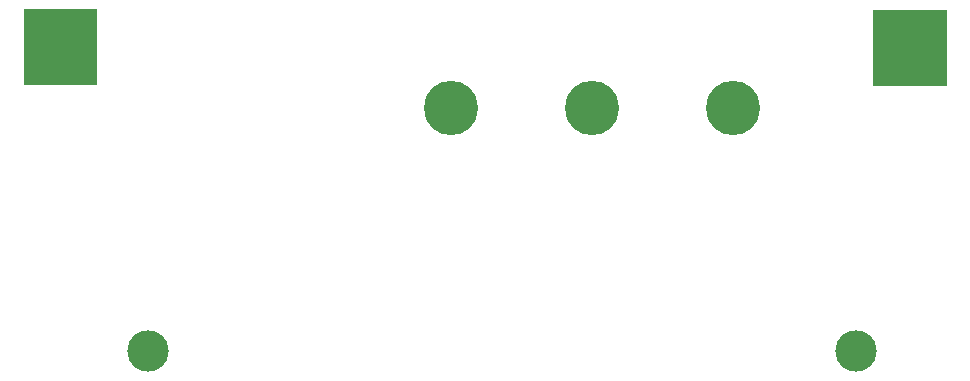
<source format=gbr>
%TF.GenerationSoftware,KiCad,Pcbnew,(5.1.9)-1*%
%TF.CreationDate,2021-11-23T16:03:36+00:00*%
%TF.ProjectId,RGBtoHDMI Amiga Denise CPLD FFC - CDTV Video Slot - Face Plate,52474274-6f48-4444-9d49-20416d696761,1*%
%TF.SameCoordinates,Original*%
%TF.FileFunction,Soldermask,Bot*%
%TF.FilePolarity,Negative*%
%FSLAX46Y46*%
G04 Gerber Fmt 4.6, Leading zero omitted, Abs format (unit mm)*
G04 Created by KiCad (PCBNEW (5.1.9)-1) date 2021-11-23 16:03:36*
%MOMM*%
%LPD*%
G01*
G04 APERTURE LIST*
%ADD10C,0.100000*%
%ADD11C,4.600000*%
%ADD12C,3.500000*%
G04 APERTURE END LIST*
D10*
G36*
X157099000Y-72631300D02*
G01*
X150939500Y-72631300D01*
X150939500Y-66281300D01*
X157099000Y-66281300D01*
X157099000Y-72631300D01*
G37*
X157099000Y-72631300D02*
X150939500Y-72631300D01*
X150939500Y-66281300D01*
X157099000Y-66281300D01*
X157099000Y-72631300D01*
G36*
X85153500Y-72567800D02*
G01*
X78994000Y-72567800D01*
X78994000Y-66217800D01*
X85153500Y-66217800D01*
X85153500Y-72567800D01*
G37*
X85153500Y-72567800D02*
X78994000Y-72567800D01*
X78994000Y-66217800D01*
X85153500Y-66217800D01*
X85153500Y-72567800D01*
D11*
%TO.C,UP*%
X139065000Y-74549000D03*
%TD*%
%TO.C,DOWN*%
X127127000Y-74549000D03*
%TD*%
%TO.C,SELECT*%
X115189000Y-74549000D03*
%TD*%
D12*
%TO.C,REF\u002A\u002A*%
X89509600Y-95135700D03*
%TD*%
%TO.C,REF\u002A\u002A*%
X149479000Y-95173800D03*
%TD*%
M02*

</source>
